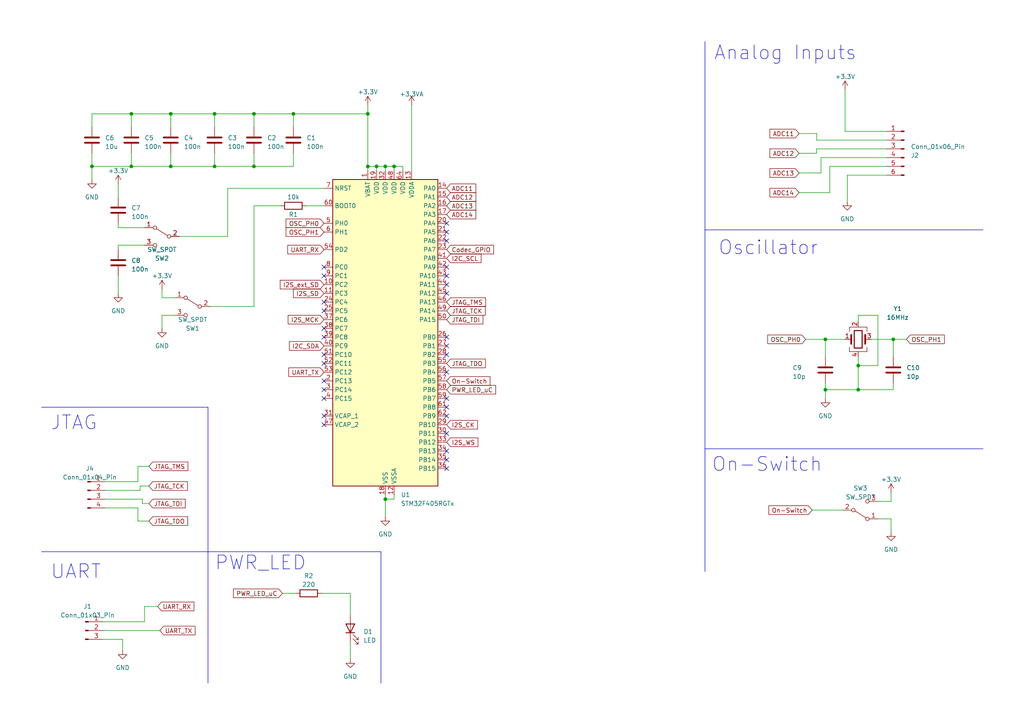
<source format=kicad_sch>
(kicad_sch (version 20230121) (generator eeschema)
  (paper "A4")
  (title_block (title "Effects Paddle") (date "2023-07-01") (rev "0.1") (company "Selbstständig"))
  (lib_symbols
    (symbol "Connector:Conn_01x03_Pin" (pin_names (offset 1.016) hide)
      (property "Reference" "J" (at 0 5.08 0))
      (property "Value" "Conn_01x03_Pin" (at 0 -5.08 0))
      (symbol "Conn_01x03_Pin_1_1"
        (polyline (pts (xy 1.27 -2.54) (xy 0.8636 -2.54)) (stroke (width 0.1524)))
        (polyline (pts (xy 1.27 0) (xy 0.8636 0)) (stroke (width 0.1524)))
        (polyline (pts (xy 1.27 2.54) (xy 0.8636 2.54)) (stroke (width 0.1524)))
        (rectangle (start 0.8636 -2.413) (end 0 -2.667) (stroke (width 0.1524)) (fill (type outline)))
        (rectangle (start 0.8636 0.127) (end 0 -0.127) (stroke (width 0.1524)) (fill (type outline)))
        (rectangle (start 0.8636 2.667) (end 0 2.413) (stroke (width 0.1524)) (fill (type outline)))
        (pin passive line (at 5.08 2.54 180) (length 3.81) (name "Pin_1") (number "1"))
        (pin passive line (at 5.08 0 180) (length 3.81) (name "Pin_2") (number "2"))
        (pin passive line (at 5.08 -2.54 180) (length 3.81) (name "Pin_3") (number "3"))
      )
    )
    (symbol "Connector:Conn_01x04_Pin" (pin_names (offset 1.016) hide)
      (property "Reference" "J" (at 0 5.08 0))
      (property "Value" "Conn_01x04_Pin" (at 0 -7.62 0))
      (symbol "Conn_01x04_Pin_1_1"
        (polyline (pts (xy 1.27 -5.08) (xy 0.8636 -5.08)) (stroke (width 0.1524)))
        (polyline (pts (xy 1.27 -2.54) (xy 0.8636 -2.54)) (stroke (width 0.1524)))
        (polyline (pts (xy 1.27 0) (xy 0.8636 0)) (stroke (width 0.1524)))
        (polyline (pts (xy 1.27 2.54) (xy 0.8636 2.54)) (stroke (width 0.1524)))
        (rectangle (start 0.8636 -4.953) (end 0 -5.207) (stroke (width 0.1524)) (fill (type outline)))
        (rectangle (start 0.8636 -2.413) (end 0 -2.667) (stroke (width 0.1524)) (fill (type outline)))
        (rectangle (start 0.8636 0.127) (end 0 -0.127) (stroke (width 0.1524)) (fill (type outline)))
        (rectangle (start 0.8636 2.667) (end 0 2.413) (stroke (width 0.1524)) (fill (type outline)))
        (pin passive line (at 5.08 2.54 180) (length 3.81) (name "Pin_1") (number "1"))
        (pin passive line (at 5.08 0 180) (length 3.81) (name "Pin_2") (number "2"))
        (pin passive line (at 5.08 -2.54 180) (length 3.81) (name "Pin_3") (number "3"))
        (pin passive line (at 5.08 -5.08 180) (length 3.81) (name "Pin_4") (number "4"))
      )
    )
    (symbol "Connector:Conn_01x06_Pin" (pin_names (offset 1.016) hide)
      (property "Reference" "J" (at 0 7.62 0))
      (property "Value" "Conn_01x06_Pin" (at 0 -10.16 0))
      (symbol "Conn_01x06_Pin_1_1"
        (polyline (pts (xy 1.27 -7.62) (xy 0.8636 -7.62)) (stroke (width 0.1524)))
        (polyline (pts (xy 1.27 -5.08) (xy 0.8636 -5.08)) (stroke (width 0.1524)))
        (polyline (pts (xy 1.27 -2.54) (xy 0.8636 -2.54)) (stroke (width 0.1524)))
        (polyline (pts (xy 1.27 0) (xy 0.8636 0)) (stroke (width 0.1524)))
        (polyline (pts (xy 1.27 2.54) (xy 0.8636 2.54)) (stroke (width 0.1524)))
        (polyline (pts (xy 1.27 5.08) (xy 0.8636 5.08)) (stroke (width 0.1524)))
        (rectangle (start 0.8636 -7.493) (end 0 -7.747) (stroke (width 0.1524)) (fill (type outline)))
        (rectangle (start 0.8636 -4.953) (end 0 -5.207) (stroke (width 0.1524)) (fill (type outline)))
        (rectangle (start 0.8636 -2.413) (end 0 -2.667) (stroke (width 0.1524)) (fill (type outline)))
        (rectangle (start 0.8636 0.127) (end 0 -0.127) (stroke (width 0.1524)) (fill (type outline)))
        (rectangle (start 0.8636 2.667) (end 0 2.413) (stroke (width 0.1524)) (fill (type outline)))
        (rectangle (start 0.8636 5.207) (end 0 4.953) (stroke (width 0.1524)) (fill (type outline)))
        (pin passive line (at 5.08 5.08 180) (length 3.81) (name "Pin_1") (number "1"))
        (pin passive line (at 5.08 2.54 180) (length 3.81) (name "Pin_2") (number "2"))
        (pin passive line (at 5.08 0 180) (length 3.81) (name "Pin_3") (number "3"))
        (pin passive line (at 5.08 -2.54 180) (length 3.81) (name "Pin_4") (number "4"))
        (pin passive line (at 5.08 -5.08 180) (length 3.81) (name "Pin_5") (number "5"))
        (pin passive line (at 5.08 -7.62 180) (length 3.81) (name "Pin_6") (number "6"))
      )
    )
    (symbol "Device:C" (pin_numbers hide) (pin_names (offset 0.254))
      (property "Reference" "C" (at 0.635 2.54 0))
      (property "Value" "C" (at 0.635 -2.54 0))
      (symbol "C_0_1"
        (polyline (pts (xy -2.032 -0.762) (xy 2.032 -0.762)) (stroke (width 0.508)))
        (polyline (pts (xy -2.032 0.762) (xy 2.032 0.762)) (stroke (width 0.508)))
      )
      (symbol "C_1_1"
        (pin passive line (at 0 3.81 270) (length 2.794) (name "~") (number "1"))
        (pin passive line (at 0 -3.81 90) (length 2.794) (name "~") (number "2"))
      )
    )
    (symbol "Device:Crystal_GND24" (pin_names (offset 1.016) hide)
      (property "Reference" "Y" (at 3.175 5.08 0))
      (property "Value" "Crystal_GND24" (at 3.175 3.175 0))
      (symbol "Crystal_GND24_0_1"
        (rectangle (start -1.143 2.54) (end 1.143 -2.54) (stroke (width 0.3048)))
        (polyline (pts (xy -2.54 0) (xy -2.032 0)))
        (polyline (pts (xy -2.032 -1.27) (xy -2.032 1.27)) (stroke (width 0.508)))
        (polyline (pts (xy 0 -3.81) (xy 0 -3.556)))
        (polyline (pts (xy 0 3.556) (xy 0 3.81)))
        (polyline (pts (xy 2.032 -1.27) (xy 2.032 1.27)) (stroke (width 0.508)))
        (polyline (pts (xy 2.032 0) (xy 2.54 0)))
        (polyline (pts (xy -2.54 -2.286) (xy -2.54 -3.556) (xy 2.54 -3.556) (xy 2.54 -2.286)))
        (polyline (pts (xy -2.54 2.286) (xy -2.54 3.556) (xy 2.54 3.556) (xy 2.54 2.286)))
      )
      (symbol "Crystal_GND24_1_1"
        (pin passive line (at -3.81 0 0) (length 1.27) (name "1") (number "1"))
        (pin passive line (at 0 5.08 270) (length 1.27) (name "2") (number "2"))
        (pin passive line (at 3.81 0 180) (length 1.27) (name "3") (number "3"))
        (pin passive line (at 0 -5.08 90) (length 1.27) (name "4") (number "4"))
      )
    )
    (symbol "Device:LED" (pin_numbers hide) (pin_names (offset 1.016) hide)
      (property "Reference" "D" (at 0 2.54 0))
      (property "Value" "LED" (at 0 -2.54 0))
      (symbol "LED_0_1"
        (polyline (pts (xy -1.27 -1.27) (xy -1.27 1.27)) (stroke (width 0.254)))
        (polyline (pts (xy -1.27 0) (xy 1.27 0)))
        (polyline (pts (xy 1.27 -1.27) (xy 1.27 1.27) (xy -1.27 0) (xy 1.27 -1.27)) (stroke (width 0.254)))
        (polyline (pts (xy -3.048 -0.762) (xy -4.572 -2.286) (xy -3.81 -2.286) (xy -4.572 -2.286) (xy -4.572 -1.524)))
        (polyline (pts (xy -1.778 -0.762) (xy -3.302 -2.286) (xy -2.54 -2.286) (xy -3.302 -2.286) (xy -3.302 -1.524)))
      )
      (symbol "LED_1_1"
        (pin passive line (at -3.81 0 0) (length 2.54) (name "K") (number "1"))
        (pin passive line (at 3.81 0 180) (length 2.54) (name "A") (number "2"))
      )
    )
    (symbol "Device:R" (pin_numbers hide) (pin_names (offset 0))
      (property "Reference" "R" (at 2.032 0 90))
      (property "Value" "R" (at 0 0 90))
      (symbol "R_0_1"
        (rectangle (start -1.016 -2.54) (end 1.016 2.54) (stroke (width 0.254)))
      )
      (symbol "R_1_1"
        (pin passive line (at 0 3.81 270) (length 1.27) (name "~") (number "1"))
        (pin passive line (at 0 -3.81 90) (length 1.27) (name "~") (number "2"))
      )
    )
    (symbol "MCU_ST_STM32F4:STM32F405RGTx"
      (property "Reference" "U" (at -15.24 46.99 0))
      (property "Value" "STM32F405RGTx" (at 10.16 46.99 0))
      (symbol "STM32F405RGTx_0_1"
        (rectangle (start -15.24 -43.18) (end 15.24 45.72) (stroke (width 0.254)) (fill (type background)))
      )
      (symbol "STM32F405RGTx_1_1"
        (pin power_in line (at -5.08 48.26 270) (length 2.54) (name "VBAT") (number "1"))
        (pin bidirectional line (at -17.78 15.24 0) (length 2.54) (name "PC2") (number "10"))
        (pin bidirectional line (at -17.78 12.7 0) (length 2.54) (name "PC3") (number "11"))
        (pin power_in line (at 2.54 -45.72 90) (length 2.54) (name "VSSA") (number "12"))
        (pin power_in line (at 7.62 48.26 270) (length 2.54) (name "VDDA") (number "13"))
        (pin bidirectional line (at 17.78 43.18 180) (length 2.54) (name "PA0") (number "14"))
        (pin bidirectional line (at 17.78 40.64 180) (length 2.54) (name "PA1") (number "15"))
        (pin bidirectional line (at 17.78 38.1 180) (length 2.54) (name "PA2") (number "16"))
        (pin bidirectional line (at 17.78 35.56 180) (length 2.54) (name "PA3") (number "17"))
        (pin power_in line (at 0 -45.72 90) (length 2.54) (name "VSS") (number "18"))
        (pin power_in line (at -2.54 48.26 270) (length 2.54) (name "VDD") (number "19"))
        (pin bidirectional line (at -17.78 -12.7 0) (length 2.54) (name "PC13") (number "2"))
        (pin bidirectional line (at 17.78 33.02 180) (length 2.54) (name "PA4") (number "20"))
        (pin bidirectional line (at 17.78 30.48 180) (length 2.54) (name "PA5") (number "21"))
        (pin bidirectional line (at 17.78 27.94 180) (length 2.54) (name "PA6") (number "22"))
        (pin bidirectional line (at 17.78 25.4 180) (length 2.54) (name "PA7") (number "23"))
        (pin bidirectional line (at -17.78 10.16 0) (length 2.54) (name "PC4") (number "24"))
        (pin bidirectional line (at -17.78 7.62 0) (length 2.54) (name "PC5") (number "25"))
        (pin bidirectional line (at 17.78 0 180) (length 2.54) (name "PB0") (number "26"))
        (pin bidirectional line (at 17.78 -2.54 180) (length 2.54) (name "PB1") (number "27"))
        (pin bidirectional line (at 17.78 -5.08 180) (length 2.54) (name "PB2") (number "28"))
        (pin bidirectional line (at 17.78 -25.4 180) (length 2.54) (name "PB10") (number "29"))
        (pin bidirectional line (at -17.78 -15.24 0) (length 2.54) (name "PC14") (number "3"))
        (pin bidirectional line (at 17.78 -27.94 180) (length 2.54) (name "PB11") (number "30"))
        (pin power_out line (at -17.78 -22.86 0) (length 2.54) (name "VCAP_1") (number "31"))
        (pin power_in line (at 0 48.26 270) (length 2.54) (name "VDD") (number "32"))
        (pin bidirectional line (at 17.78 -30.48 180) (length 2.54) (name "PB12") (number "33"))
        (pin bidirectional line (at 17.78 -33.02 180) (length 2.54) (name "PB13") (number "34"))
        (pin bidirectional line (at 17.78 -35.56 180) (length 2.54) (name "PB14") (number "35"))
        (pin bidirectional line (at 17.78 -38.1 180) (length 2.54) (name "PB15") (number "36"))
        (pin bidirectional line (at -17.78 5.08 0) (length 2.54) (name "PC6") (number "37"))
        (pin bidirectional line (at -17.78 2.54 0) (length 2.54) (name "PC7") (number "38"))
        (pin bidirectional line (at -17.78 0 0) (length 2.54) (name "PC8") (number "39"))
        (pin bidirectional line (at -17.78 -17.78 0) (length 2.54) (name "PC15") (number "4"))
        (pin bidirectional line (at -17.78 -2.54 0) (length 2.54) (name "PC9") (number "40"))
        (pin bidirectional line (at 17.78 22.86 180) (length 2.54) (name "PA8") (number "41"))
        (pin bidirectional line (at 17.78 20.32 180) (length 2.54) (name "PA9") (number "42"))
        (pin bidirectional line (at 17.78 17.78 180) (length 2.54) (name "PA10") (number "43"))
        (pin bidirectional line (at 17.78 15.24 180) (length 2.54) (name "PA11") (number "44"))
        (pin bidirectional line (at 17.78 12.7 180) (length 2.54) (name "PA12") (number "45"))
        (pin bidirectional line (at 17.78 10.16 180) (length 2.54) (name "PA13") (number "46"))
        (pin power_out line (at -17.78 -25.4 0) (length 2.54) (name "VCAP_2") (number "47"))
        (pin power_in line (at 2.54 48.26 270) (length 2.54) (name "VDD") (number "48"))
        (pin bidirectional line (at 17.78 7.62 180) (length 2.54) (name "PA14") (number "49"))
        (pin bidirectional line (at -17.78 33.02 0) (length 2.54) (name "PH0") (number "5"))
        (pin bidirectional line (at 17.78 5.08 180) (length 2.54) (name "PA15") (number "50"))
        (pin bidirectional line (at -17.78 -5.08 0) (length 2.54) (name "PC10") (number "51"))
        (pin bidirectional line (at -17.78 -7.62 0) (length 2.54) (name "PC11") (number "52"))
        (pin bidirectional line (at -17.78 -10.16 0) (length 2.54) (name "PC12") (number "53"))
        (pin bidirectional line (at -17.78 25.4 0) (length 2.54) (name "PD2") (number "54"))
        (pin bidirectional line (at 17.78 -7.62 180) (length 2.54) (name "PB3") (number "55"))
        (pin bidirectional line (at 17.78 -10.16 180) (length 2.54) (name "PB4") (number "56"))
        (pin bidirectional line (at 17.78 -12.7 180) (length 2.54) (name "PB5") (number "57"))
        (pin bidirectional line (at 17.78 -15.24 180) (length 2.54) (name "PB6") (number "58"))
        (pin bidirectional line (at 17.78 -17.78 180) (length 2.54) (name "PB7") (number "59"))
        (pin bidirectional line (at -17.78 30.48 0) (length 2.54) (name "PH1") (number "6"))
        (pin input line (at -17.78 38.1 0) (length 2.54) (name "BOOT0") (number "60"))
        (pin bidirectional line (at 17.78 -20.32 180) (length 2.54) (name "PB8") (number "61"))
        (pin bidirectional line (at 17.78 -22.86 180) (length 2.54) (name "PB9") (number "62"))
        (pin passive line (at 0 -45.72 90) (length 2.54) hide (name "VSS") (number "63"))
        (pin power_in line (at 5.08 48.26 270) (length 2.54) (name "VDD") (number "64"))
        (pin input line (at -17.78 43.18 0) (length 2.54) (name "NRST") (number "7"))
        (pin bidirectional line (at -17.78 20.32 0) (length 2.54) (name "PC0") (number "8"))
        (pin bidirectional line (at -17.78 17.78 0) (length 2.54) (name "PC1") (number "9"))
      )
    )
    (symbol "Switch:SW_SPDT" (pin_names (offset 0) hide)
      (property "Reference" "SW" (at 0 4.318 0))
      (property "Value" "SW_SPDT" (at 0 -5.08 0))
      (symbol "SW_SPDT_0_0"
        (circle (center -2.032 0) (radius 0.508))
        (circle (center 2.032 -2.54) (radius 0.508))
      )
      (symbol "SW_SPDT_0_1"
        (polyline (pts (xy -1.524 0.254) (xy 1.651 2.286)))
        (circle (center 2.032 2.54) (radius 0.508))
      )
      (symbol "SW_SPDT_1_1"
        (pin passive line (at 5.08 2.54 180) (length 2.54) (name "A") (number "1"))
        (pin passive line (at -5.08 0 0) (length 2.54) (name "B") (number "2"))
        (pin passive line (at 5.08 -2.54 180) (length 2.54) (name "C") (number "3"))
      )
    )
    (symbol "power:+3.3V" (power) (pin_names (offset 0))
      (property "Value" "+3.3V" (at 0 3.556 0))
      (symbol "+3.3V_0_1"
        (polyline (pts (xy -0.762 1.27) (xy 0 2.54)))
        (polyline (pts (xy 0 0) (xy 0 2.54)))
        (polyline (pts (xy 0 2.54) (xy 0.762 1.27)))
      )
      (symbol "+3.3V_1_1"
        (pin power_in line (at 0 0 90) (length 0) hide (name "+3.3V") (number "1"))
      )
    )
    (symbol "power:+3.3VA" (power) (pin_names (offset 0))
      (property "Value" "+3.3VA" (at 0 3.556 0))
      (symbol "+3.3VA_0_1"
        (polyline (pts (xy -0.762 1.27) (xy 0 2.54)))
        (polyline (pts (xy 0 0) (xy 0 2.54)))
        (polyline (pts (xy 0 2.54) (xy 0.762 1.27)))
      )
      (symbol "+3.3VA_1_1"
        (pin power_in line (at 0 0 90) (length 0) hide (name "+3.3VA") (number "1"))
      )
    )
    (symbol "power:GND" (power) (pin_names (offset 0))
      (property "Value" "GND" (at 0 -3.81 0))
      (symbol "GND_0_1"
        (polyline (pts (xy 0 0) (xy 0 -1.27) (xy 1.27 -1.27) (xy 0 -2.54) (xy -1.27 -1.27) (xy 0 -1.27)))
      )
      (symbol "GND_1_1"
        (pin power_in line (at 0 0 270) (length 0) hide (name "GND") (number "1"))
      )
    )
  )
  (junction (at 114.3 48.26))
  (junction (at 259.08 98.425))
  (junction (at 109.22 48.26))
  (junction (at 49.53 33.02))
  (junction (at 38.1 33.02))
  (junction (at 106.68 33.02))
  (junction (at 111.76 144.78))
  (junction (at 111.76 48.26))
  (junction (at 38.1 48.26))
  (junction (at 85.09 33.02))
  (junction (at 248.92 113.03))
  (junction (at 62.23 48.26))
  (junction (at 73.66 48.26))
  (junction (at 26.67 48.26))
  (junction (at 73.66 33.02))
  (junction (at 248.92 106.045))
  (junction (at 239.395 113.03))
  (junction (at 239.395 98.425))
  (junction (at 62.23 33.02))
  (junction (at 106.68 48.26))
  (junction (at 49.53 48.26))
  (no_connect (at 129.54 64.77))
  (no_connect (at 129.54 69.85))
  (no_connect (at 129.54 100.33))
  (no_connect (at 129.54 77.47))
  (no_connect (at 93.98 113.03))
  (no_connect (at 129.54 67.31))
  (no_connect (at 129.54 102.87))
  (no_connect (at 129.54 85.09))
  (no_connect (at 129.54 107.95))
  (no_connect (at 129.54 135.89))
  (no_connect (at 129.54 115.57))
  (no_connect (at 93.98 110.49))
  (no_connect (at 129.54 120.65))
  (no_connect (at 93.98 95.25))
  (no_connect (at 129.54 130.81))
  (no_connect (at 93.98 80.01))
  (no_connect (at 93.98 87.63))
  (no_connect (at 129.54 80.01))
  (no_connect (at 129.54 118.11))
  (no_connect (at 93.98 102.87))
  (no_connect (at 129.54 133.35))
  (no_connect (at 93.98 77.47))
  (no_connect (at 93.98 105.41))
  (no_connect (at 93.98 120.65))
  (no_connect (at 93.98 97.79))
  (no_connect (at 129.54 82.55))
  (no_connect (at 93.98 90.17))
  (no_connect (at 129.54 97.79))
  (no_connect (at 93.98 115.57))
  (no_connect (at 129.54 125.73))
  (no_connect (at 93.98 123.19))
  (wire (pts (xy 73.66 44.45) (xy 73.66 48.26)))
  (wire (pts (xy 49.53 48.26) (xy 38.1 48.26)))
  (wire (pts (xy 101.6 172.085) (xy 101.6 178.435)))
  (wire (pts (xy 26.67 48.26) (xy 26.67 52.07)))
  (wire (pts (xy 248.92 103.505) (xy 248.92 106.045)))
  (wire (pts (xy 41.91 180.34) (xy 41.91 175.895)))
  (wire (pts (xy 41.91 66.04) (xy 34.29 66.04)))
  (wire (pts (xy 238.125 50.165) (xy 238.125 45.72)))
  (polyline (pts (xy 204.47 66.675) (xy 204.47 130.175)))
  (wire (pts (xy 88.9 59.69) (xy 93.98 59.69)))
  (wire (pts (xy 85.09 33.02) (xy 106.68 33.02)))
  (wire (pts (xy 73.66 48.26) (xy 62.23 48.26)))
  (wire (pts (xy 116.84 48.26) (xy 114.3 48.26)))
  (wire (pts (xy 66.04 68.58) (xy 52.07 68.58)))
  (wire (pts (xy 40.005 147.32) (xy 30.48 147.32)))
  (wire (pts (xy 40.005 151.13) (xy 40.005 147.32)))
  (wire (pts (xy 81.915 172.085) (xy 85.725 172.085)))
  (wire (pts (xy 236.855 44.45) (xy 236.855 43.18)))
  (wire (pts (xy 106.68 33.02) (xy 106.68 48.26)))
  (wire (pts (xy 116.84 49.53) (xy 116.84 48.26)))
  (polyline (pts (xy 12.065 160.02) (xy 60.325 160.02)))
  (wire (pts (xy 40.64 142.24) (xy 30.48 142.24)))
  (wire (pts (xy 259.08 111.125) (xy 259.08 113.03)))
  (wire (pts (xy 248.92 113.03) (xy 259.08 113.03)))
  (wire (pts (xy 231.775 38.735) (xy 236.855 38.735)))
  (wire (pts (xy 231.775 50.165) (xy 238.125 50.165)))
  (polyline (pts (xy 204.47 130.175) (xy 204.47 165.735)))
  (wire (pts (xy 106.68 30.48) (xy 106.68 33.02)))
  (wire (pts (xy 38.1 44.45) (xy 38.1 48.26)))
  (wire (pts (xy 245.11 38.1) (xy 257.175 38.1)))
  (wire (pts (xy 73.66 88.9) (xy 60.96 88.9)))
  (wire (pts (xy 239.395 111.125) (xy 239.395 113.03)))
  (wire (pts (xy 40.005 135.255) (xy 43.18 135.255)))
  (wire (pts (xy 49.53 44.45) (xy 49.53 48.26)))
  (wire (pts (xy 62.23 33.02) (xy 62.23 36.83)))
  (wire (pts (xy 119.38 30.48) (xy 119.38 49.53)))
  (wire (pts (xy 41.91 71.12) (xy 34.29 71.12)))
  (wire (pts (xy 41.275 146.05) (xy 41.275 144.78)))
  (wire (pts (xy 240.665 55.88) (xy 240.665 48.26)))
  (wire (pts (xy 239.395 98.425) (xy 239.395 103.505)))
  (wire (pts (xy 85.09 33.02) (xy 85.09 36.83)))
  (wire (pts (xy 38.1 33.02) (xy 38.1 36.83)))
  (wire (pts (xy 248.92 93.345) (xy 248.92 91.44)))
  (wire (pts (xy 111.76 149.86) (xy 111.76 144.78)))
  (polyline (pts (xy 204.47 130.175) (xy 285.115 130.175)))
  (wire (pts (xy 73.66 33.02) (xy 85.09 33.02)))
  (wire (pts (xy 258.445 142.875) (xy 258.445 145.415)))
  (wire (pts (xy 111.76 143.51) (xy 111.76 144.78)))
  (wire (pts (xy 26.67 44.45) (xy 26.67 48.26)))
  (wire (pts (xy 109.22 48.26) (xy 106.68 48.26)))
  (wire (pts (xy 46.99 95.25) (xy 46.99 91.44)))
  (wire (pts (xy 41.91 175.895) (xy 45.72 175.895)))
  (wire (pts (xy 236.855 38.735) (xy 236.855 40.64)))
  (wire (pts (xy 233.68 98.425) (xy 239.395 98.425)))
  (wire (pts (xy 29.845 182.88) (xy 46.355 182.88)))
  (wire (pts (xy 111.76 144.78) (xy 114.3 144.78)))
  (wire (pts (xy 41.275 144.78) (xy 30.48 144.78)))
  (wire (pts (xy 34.29 53.34) (xy 34.29 57.15)))
  (wire (pts (xy 239.395 113.03) (xy 248.92 113.03)))
  (wire (pts (xy 114.3 48.26) (xy 111.76 48.26)))
  (wire (pts (xy 101.6 186.055) (xy 101.6 191.135)))
  (wire (pts (xy 236.855 43.18) (xy 257.175 43.18)))
  (wire (pts (xy 259.08 98.425) (xy 259.08 103.505)))
  (wire (pts (xy 62.23 33.02) (xy 73.66 33.02)))
  (wire (pts (xy 46.99 86.36) (xy 50.8 86.36)))
  (wire (pts (xy 109.22 48.26) (xy 109.22 49.53)))
  (wire (pts (xy 258.445 154.305) (xy 258.445 150.495)))
  (wire (pts (xy 235.585 147.955) (xy 244.475 147.955)))
  (wire (pts (xy 111.76 48.26) (xy 109.22 48.26)))
  (wire (pts (xy 26.67 33.02) (xy 38.1 33.02)))
  (wire (pts (xy 85.09 44.45) (xy 85.09 48.26)))
  (wire (pts (xy 240.665 48.26) (xy 257.175 48.26)))
  (wire (pts (xy 38.1 48.26) (xy 26.67 48.26)))
  (wire (pts (xy 29.845 185.42) (xy 35.56 185.42)))
  (polyline (pts (xy 204.47 12.065) (xy 204.47 66.675)))
  (wire (pts (xy 254.635 91.44) (xy 254.635 106.045)))
  (polyline (pts (xy 110.49 160.02) (xy 110.49 198.12)))
  (wire (pts (xy 245.745 50.8) (xy 257.175 50.8)))
  (wire (pts (xy 26.67 36.83) (xy 26.67 33.02)))
  (wire (pts (xy 114.3 48.26) (xy 114.3 49.53)))
  (wire (pts (xy 35.56 185.42) (xy 35.56 188.595)))
  (wire (pts (xy 38.1 33.02) (xy 49.53 33.02)))
  (wire (pts (xy 62.23 44.45) (xy 62.23 48.26)))
  (wire (pts (xy 238.125 45.72) (xy 257.175 45.72)))
  (wire (pts (xy 239.395 98.425) (xy 245.11 98.425)))
  (wire (pts (xy 46.99 83.82) (xy 46.99 86.36)))
  (polyline (pts (xy 60.325 160.02) (xy 110.49 160.02)))
  (polyline (pts (xy 60.325 118.11) (xy 60.325 160.02)))
  (wire (pts (xy 239.395 115.57) (xy 239.395 113.03)))
  (wire (pts (xy 106.68 48.26) (xy 106.68 49.53)))
  (wire (pts (xy 252.73 98.425) (xy 259.08 98.425)))
  (wire (pts (xy 245.745 58.42) (xy 245.745 50.8)))
  (wire (pts (xy 40.64 140.97) (xy 43.18 140.97)))
  (wire (pts (xy 34.29 80.01) (xy 34.29 85.09)))
  (polyline (pts (xy 60.325 160.02) (xy 60.325 198.12)))
  (wire (pts (xy 62.23 48.26) (xy 49.53 48.26)))
  (polyline (pts (xy 204.47 66.675) (xy 285.115 66.675)))
  (wire (pts (xy 258.445 145.415) (xy 254.635 145.415)))
  (wire (pts (xy 248.92 106.045) (xy 248.92 113.03)))
  (wire (pts (xy 259.08 98.425) (xy 262.89 98.425)))
  (wire (pts (xy 85.09 48.26) (xy 73.66 48.26)))
  (wire (pts (xy 40.005 135.255) (xy 40.005 139.7)))
  (wire (pts (xy 93.345 172.085) (xy 101.6 172.085)))
  (wire (pts (xy 46.99 91.44) (xy 50.8 91.44)))
  (wire (pts (xy 34.29 71.12) (xy 34.29 72.39)))
  (wire (pts (xy 34.29 66.04) (xy 34.29 64.77)))
  (wire (pts (xy 231.775 44.45) (xy 236.855 44.45)))
  (wire (pts (xy 231.775 55.88) (xy 240.665 55.88)))
  (wire (pts (xy 73.66 33.02) (xy 73.66 36.83)))
  (wire (pts (xy 40.005 139.7) (xy 30.48 139.7)))
  (wire (pts (xy 114.3 144.78) (xy 114.3 143.51)))
  (wire (pts (xy 73.66 59.69) (xy 73.66 88.9)))
  (wire (pts (xy 40.005 151.13) (xy 43.18 151.13)))
  (wire (pts (xy 248.92 91.44) (xy 254.635 91.44)))
  (wire (pts (xy 254.635 106.045) (xy 248.92 106.045)))
  (polyline (pts (xy 12.065 118.11) (xy 60.325 118.11)))
  (wire (pts (xy 40.64 140.97) (xy 40.64 142.24)))
  (wire (pts (xy 111.76 48.26) (xy 111.76 49.53)))
  (wire (pts (xy 245.11 26.035) (xy 245.11 38.1)))
  (wire (pts (xy 66.04 54.61) (xy 66.04 68.58)))
  (wire (pts (xy 49.53 33.02) (xy 49.53 36.83)))
  (wire (pts (xy 236.855 40.64) (xy 257.175 40.64)))
  (wire (pts (xy 258.445 150.495) (xy 254.635 150.495)))
  (wire (pts (xy 49.53 33.02) (xy 62.23 33.02)))
  (wire (pts (xy 81.28 59.69) (xy 73.66 59.69)))
  (wire (pts (xy 93.98 54.61) (xy 66.04 54.61)))
  (wire (pts (xy 29.845 180.34) (xy 41.91 180.34)))
  (wire (pts (xy 41.275 146.05) (xy 43.18 146.05)))
  (text "Oscillator" (at 208.28 74.295 0) (effects (font (size 4 4)) (justify left bottom)))
  (text "Analog Inputs" (at 207.01 17.78 0) (effects (font (size 4 4)) (justify left bottom)))
  (text "PWR_LED" (at 62.23 165.735 0) (effects (font (size 4 4)) (justify left bottom)))
  (text "UART" (at 14.605 168.275 0) (effects (font (size 4 4)) (justify left bottom)))
  (text "On-Switch" (at 206.375 137.16 0) (effects (font (size 4 4)) (justify left bottom)))
  (text "JTAG" (at 14.605 125.095 0) (effects (font (size 4 4)) (justify left bottom)))
  (global_label "OSC_PH1" (shape input) (at 262.89 98.425 0) (property "Intersheetrefs" "${INTERSHEET_REFS}" (effects hide)))
  (global_label "JTAG_TDO" (shape input) (at 43.18 151.13 0) (property "Intersheetrefs" "${INTERSHEET_REFS}" (effects hide)))
  (global_label "I2S_CK" (shape input) (at 129.54 123.19 0) (property "Intersheetrefs" "${INTERSHEET_REFS}" (effects hide)))
  (global_label "JTAG_TMS" (shape input) (at 129.54 87.63 0) (property "Intersheetrefs" "${INTERSHEET_REFS}" (effects hide)))
  (global_label "I2S_MCK" (shape input) (at 93.98 92.71 180) (property "Intersheetrefs" "${INTERSHEET_REFS}" (effects hide)))
  (global_label "OSC_PH1" (shape input) (at 93.98 67.31 180) (property "Intersheetrefs" "${INTERSHEET_REFS}" (effects hide)))
  (global_label "JTAG_TDO" (shape input) (at 129.54 105.41 0) (property "Intersheetrefs" "${INTERSHEET_REFS}" (effects hide)))
  (global_label "I2S_WS" (shape input) (at 129.54 128.27 0) (property "Intersheetrefs" "${INTERSHEET_REFS}" (effects hide)))
  (global_label "I2S_ext_SD" (shape input) (at 93.98 82.55 180) (property "Intersheetrefs" "${INTERSHEET_REFS}" (effects hide)))
  (global_label "UART_RX" (shape input) (at 93.98 72.39 180) (property "Intersheetrefs" "${INTERSHEET_REFS}" (effects hide)))
  (global_label "UART_TX" (shape input) (at 46.355 182.88 0) (property "Intersheetrefs" "${INTERSHEET_REFS}" (effects hide)))
  (global_label "I2C_SDA" (shape input) (at 93.98 100.33 180) (property "Intersheetrefs" "${INTERSHEET_REFS}" (effects hide)))
  (global_label "On-Switch" (shape input) (at 235.585 147.955 180) (property "Intersheetrefs" "${INTERSHEET_REFS}" (effects hide)))
  (global_label "JTAG_TMS" (shape input) (at 43.18 135.255 0) (property "Intersheetrefs" "${INTERSHEET_REFS}" (effects hide)))
  (global_label "Codec_GPIO" (shape input) (at 129.54 72.39 0) (property "Intersheetrefs" "${INTERSHEET_REFS}" (effects hide)))
  (global_label "JTAG_TDI" (shape input) (at 129.54 92.71 0) (property "Intersheetrefs" "${INTERSHEET_REFS}" (effects hide)))
  (global_label "OSC_PH0" (shape input) (at 233.68 98.425 180) (property "Intersheetrefs" "${INTERSHEET_REFS}" (effects hide)))
  (global_label "JTAG_TDI" (shape input) (at 43.18 146.05 0) (property "Intersheetrefs" "${INTERSHEET_REFS}" (effects hide)))
  (global_label "I2C_SCL" (shape input) (at 129.54 74.93 0) (property "Intersheetrefs" "${INTERSHEET_REFS}" (effects hide)))
  (global_label "ADC14" (shape input) (at 231.775 55.88 180) (property "Intersheetrefs" "${INTERSHEET_REFS}" (effects hide)))
  (global_label "ADC12" (shape input) (at 129.54 57.15 0) (property "Intersheetrefs" "${INTERSHEET_REFS}" (effects hide)))
  (global_label "ADC12" (shape input) (at 231.775 44.45 180) (property "Intersheetrefs" "${INTERSHEET_REFS}" (effects hide)))
  (global_label "UART_TX" (shape input) (at 93.98 107.95 180) (property "Intersheetrefs" "${INTERSHEET_REFS}" (effects hide)))
  (global_label "ADC13" (shape input) (at 231.775 50.165 180) (property "Intersheetrefs" "${INTERSHEET_REFS}" (effects hide)))
  (global_label "PWR_LED_uC" (shape input) (at 129.54 113.03 0) (property "Intersheetrefs" "${INTERSHEET_REFS}" (effects hide)))
  (global_label "ADC13" (shape input) (at 129.54 59.69 0) (property "Intersheetrefs" "${INTERSHEET_REFS}" (effects hide)))
  (global_label "JTAG_TCK" (shape input) (at 43.18 140.97 0) (property "Intersheetrefs" "${INTERSHEET_REFS}" (effects hide)))
  (global_label "I2S_SD" (shape input) (at 93.98 85.09 180) (property "Intersheetrefs" "${INTERSHEET_REFS}" (effects hide)))
  (global_label "OSC_PH0" (shape input) (at 93.98 64.77 180) (property "Intersheetrefs" "${INTERSHEET_REFS}" (effects hide)))
  (global_label "On-Switch" (shape input) (at 129.54 110.49 0) (property "Intersheetrefs" "${INTERSHEET_REFS}" (effects hide)))
  (global_label "JTAG_TCK" (shape input) (at 129.54 90.17 0) (property "Intersheetrefs" "${INTERSHEET_REFS}" (effects hide)))
  (global_label "PWR_LED_uC" (shape input) (at 81.915 172.085 180) (property "Intersheetrefs" "${INTERSHEET_REFS}" (effects hide)))
  (global_label "ADC14" (shape input) (at 129.54 62.23 0) (property "Intersheetrefs" "${INTERSHEET_REFS}" (effects hide)))
  (global_label "UART_RX" (shape input) (at 45.72 175.895 0) (property "Intersheetrefs" "${INTERSHEET_REFS}" (effects hide)))
  (global_label "ADC11" (shape input) (at 129.54 54.61 0) (property "Intersheetrefs" "${INTERSHEET_REFS}" (effects hide)))
  (global_label "ADC11" (shape input) (at 231.775 38.735 180) (property "Intersheetrefs" "${INTERSHEET_REFS}" (effects hide)))
  (symbol (lib_id "Device:C") (at 49.53 40.64 0) (unit 1)
    (property "Reference" "C4" (at 53.34 40.005 0) (effects (justify left)))
    (property "Value" "100n" (at 53.34 42.545 0) (effects (justify left)))
    (property "Footprint" "Capacitor_SMD:C_0402_1005Metric" (effects hide))
  )
  (symbol (lib_id "Connector:Conn_01x06_Pin") (at 262.255 43.18 0) (mirror y) (unit 1)
    (property "Reference" "J2" (at 264.16 45.085 0) (effects (justify right)))
    (property "Value" "Conn_01x06_Pin" (at 264.16 42.545 0) (effects (justify right)))
    (property "Footprint" "Connector_PinHeader_2.00mm:PinHeader_1x06_P2.00mm_Vertical" (effects hide))
  )
  (symbol (lib_id "Device:R") (at 89.535 172.085 270) (unit 1)
    (property "Reference" "R2" (at 89.535 167.005 90))
    (property "Value" "220" (at 89.535 169.545 90))
    (property "Footprint" "Resistor_SMD:R_0402_1005Metric" (effects hide))
    (property "Sim.Enable" "0" (effects hide))
  )
  (symbol (lib_id "Device:C") (at 38.1 40.64 0) (unit 1)
    (property "Reference" "C5" (at 41.91 40.005 0) (effects (justify left)))
    (property "Value" "100n" (at 41.91 42.545 0) (effects (justify left)))
    (property "Footprint" "Capacitor_SMD:C_0402_1005Metric" (effects hide))
  )
  (symbol (lib_id "Device:C") (at 34.29 76.2 0) (unit 1)
    (property "Reference" "C8" (at 38.1 75.565 0) (effects (justify left)))
    (property "Value" "100n" (at 38.1 78.105 0) (effects (justify left)))
    (property "Footprint" "Capacitor_SMD:C_0402_1005Metric" (effects hide))
  )
  (symbol (lib_id "Device:LED") (at 101.6 182.245 90) (unit 1)
    (property "Reference" "D1" (at 105.41 183.1975 90) (effects (justify right)))
    (property "Value" "LED" (at 105.41 185.7375 90) (effects (justify right)))
    (property "Footprint" "LED_SMD:LED_0402_1005Metric" (effects hide))
    (property "Sim.Enable" "0" (effects hide))
  )
  (symbol (lib_id "power:+3.3VA") (at 119.38 30.48 0) (unit 1)
    (property "Reference" "#PWR033" (effects hide))
    (property "Value" "+3.3VA" (at 119.38 27.305 0))
  )
  (symbol (lib_id "Connector:Conn_01x04_Pin") (at 25.4 142.24 0) (unit 1)
    (property "Reference" "J4" (at 26.035 135.89 0))
    (property "Value" "Conn_01x04_Pin" (at 26.035 138.43 0))
    (property "Footprint" "Connector_PinHeader_2.00mm:PinHeader_1x04_P2.00mm_Vertical" (effects hide))
  )
  (symbol (lib_id "Device:Crystal_GND24") (at 248.92 98.425 0) (unit 1)
    (property "Reference" "Y1" (at 260.35 89.535 0))
    (property "Value" "16MHz" (at 260.35 92.075 0))
    (property "Footprint" "Crystal:Crystal_SMD_3225-4Pin_3.2x2.5mm" (effects hide))
  )
  (symbol (lib_id "Device:C") (at 62.23 40.64 0) (unit 1)
    (property "Reference" "C3" (at 66.04 40.005 0) (effects (justify left)))
    (property "Value" "100n" (at 66.04 42.545 0) (effects (justify left)))
    (property "Footprint" "Capacitor_SMD:C_0402_1005Metric" (effects hide))
  )
  (symbol (lib_id "power:+3.3V") (at 34.29 53.34 0) (unit 1)
    (property "Reference" "#PWR04" (effects hide))
    (property "Value" "+3.3V" (at 34.29 49.53 0))
  )
  (symbol (lib_id "power:GND") (at 46.99 95.25 0) (unit 1)
    (property "Reference" "#PWR07" (effects hide))
    (property "Value" "GND" (at 46.99 100.33 0))
  )
  (symbol (lib_id "power:GND") (at 111.76 149.86 0) (unit 1)
    (property "Reference" "#PWR02" (effects hide))
    (property "Value" "GND" (at 111.76 154.94 0))
  )
  (symbol (lib_id "Device:C") (at 259.08 107.315 0) (unit 1)
    (property "Reference" "C10" (at 262.89 106.68 0) (effects (justify left)))
    (property "Value" "10p" (at 262.89 109.22 0) (effects (justify left)))
    (property "Footprint" "Capacitor_SMD:C_0402_1005Metric" (effects hide))
  )
  (symbol (lib_id "power:+3.3V") (at 46.99 83.82 0) (unit 1)
    (property "Reference" "#PWR06" (effects hide))
    (property "Value" "+3.3V" (at 46.99 80.01 0))
  )
  (symbol (lib_id "Switch:SW_SPDT") (at 249.555 147.955 0) (mirror x) (unit 1)
    (property "Reference" "SW3" (at 249.555 141.605 0))
    (property "Value" "SW_SPDT" (at 249.555 144.145 0))
    (property "Footprint" "Button_Switch_SMD:SW_SPDT_PCM12" (effects hide))
    (property "Sim.Enable" "0" (effects hide))
  )
  (symbol (lib_id "power:GND") (at 26.67 52.07 0) (unit 1)
    (property "Reference" "#PWR03" (effects hide))
    (property "Value" "GND" (at 26.67 57.15 0))
  )
  (symbol (lib_id "Device:C") (at 73.66 40.64 0) (unit 1)
    (property "Reference" "C2" (at 77.47 40.005 0) (effects (justify left)))
    (property "Value" "100n" (at 77.47 42.545 0) (effects (justify left)))
    (property "Footprint" "Capacitor_SMD:C_0402_1005Metric" (effects hide))
  )
  (symbol (lib_id "power:GND") (at 35.56 188.595 0) (unit 1)
    (property "Reference" "#PWR016" (effects hide))
    (property "Value" "GND" (at 35.56 193.675 0))
  )
  (symbol (lib_id "MCU_ST_STM32F4:STM32F405RGTx") (at 111.76 97.79 0) (unit 1)
    (property "Reference" "U1" (at 116.2559 143.51 0) (effects (justify left)))
    (property "Value" "STM32F405RGTx" (at 116.2559 146.05 0) (effects (justify left)))
    (property "Footprint" "Package_QFP:LQFP-64_10x10mm_P0.5mm" (effects hide))
    (property "Datasheet" "https://www.st.com/resource/en/datasheet/stm32f405rg.pdf" (effects hide))
  )
  (symbol (lib_id "Device:C") (at 239.395 107.315 0) (unit 1)
    (property "Reference" "C9" (at 229.87 106.68 0) (effects (justify left)))
    (property "Value" "10p" (at 229.87 109.22 0) (effects (justify left)))
    (property "Footprint" "Capacitor_SMD:C_0402_1005Metric" (effects hide))
  )
  (symbol (lib_id "power:GND") (at 245.745 58.42 0) (unit 1)
    (property "Reference" "#PWR010" (effects hide))
    (property "Value" "GND" (at 245.745 63.5 0))
  )
  (symbol (lib_id "power:GND") (at 258.445 154.305 0) (mirror y) (unit 1)
    (property "Reference" "#PWR012" (effects hide))
    (property "Value" "GND" (at 258.445 159.385 0))
  )
  (symbol (lib_id "Switch:SW_SPDT") (at 55.88 88.9 0) (mirror y) (unit 1)
    (property "Reference" "SW1" (at 55.88 95.25 0))
    (property "Value" "SW_SPDT" (at 55.88 92.71 0))
    (property "Footprint" "Button_Switch_SMD:SW_SPDT_PCM12" (effects hide))
  )
  (symbol (lib_id "Device:R") (at 85.09 59.69 90) (unit 1)
    (property "Reference" "R1" (at 85.09 62.23 90))
    (property "Value" "10k" (at 85.09 57.15 90))
    (property "Footprint" "Resistor_SMD:R_0402_1005Metric" (effects hide))
  )
  (symbol (lib_id "Device:C") (at 26.67 40.64 0) (unit 1)
    (property "Reference" "C6" (at 30.48 40.005 0) (effects (justify left)))
    (property "Value" "10u" (at 30.48 42.545 0) (effects (justify left)))
    (property "Footprint" "Capacitor_SMD:C_1206_3216Metric" (effects hide))
  )
  (symbol (lib_id "Connector:Conn_01x03_Pin") (at 24.765 182.88 0) (unit 1)
    (property "Reference" "J1" (at 25.4 175.895 0))
    (property "Value" "Conn_01x03_Pin" (at 25.4 178.435 0))
    (property "Footprint" "Connector_PinHeader_2.00mm:PinHeader_1x03_P2.00mm_Vertical" (effects hide))
  )
  (symbol (lib_id "Switch:SW_SPDT") (at 46.99 68.58 0) (mirror y) (unit 1)
    (property "Reference" "SW2" (at 46.99 74.93 0))
    (property "Value" "SW_SPDT" (at 46.99 72.39 0))
    (property "Footprint" "Button_Switch_SMD:SW_SPDT_PCM12" (effects hide))
  )
  (symbol (lib_id "power:GND") (at 101.6 191.135 0) (unit 1)
    (property "Reference" "#PWR017" (effects hide))
    (property "Value" "GND" (at 101.6 196.215 0))
  )
  (symbol (lib_id "Device:C") (at 34.29 60.96 0) (unit 1)
    (property "Reference" "C7" (at 38.1 60.325 0) (effects (justify left)))
    (property "Value" "100n" (at 38.1 62.865 0) (effects (justify left)))
    (property "Footprint" "Capacitor_SMD:C_0402_1005Metric" (effects hide))
  )
  (symbol (lib_id "Device:C") (at 85.09 40.64 0) (unit 1)
    (property "Reference" "C1" (at 88.9 40.005 0) (effects (justify left)))
    (property "Value" "100n" (at 88.9 42.545 0) (effects (justify left)))
    (property "Footprint" "Capacitor_SMD:C_0402_1005Metric" (effects hide))
  )
  (symbol (lib_id "power:GND") (at 34.29 85.09 0) (unit 1)
    (property "Reference" "#PWR05" (effects hide))
    (property "Value" "GND" (at 34.29 90.17 0))
  )
  (symbol (lib_id "power:GND") (at 239.395 115.57 0) (unit 1)
    (property "Reference" "#PWR08" (effects hide))
    (property "Value" "GND" (at 239.395 120.65 0))
  )
  (symbol (lib_id "power:+3.3V") (at 245.11 26.035 0) (unit 1)
    (property "Reference" "#PWR09" (effects hide))
    (property "Value" "+3.3V" (at 245.11 22.225 0))
  )
  (symbol (lib_id "power:+3.3V") (at 258.445 142.875 0) (mirror y) (unit 1)
    (property "Reference" "#PWR011" (effects hide))
    (property "Value" "+3.3V" (at 258.445 139.065 0))
  )
  (symbol (lib_id "power:+3.3V") (at 106.68 30.48 0) (unit 1)
    (property "Reference" "#PWR01" (effects hide))
    (property "Value" "+3.3V" (at 106.68 26.67 0))
  )
)
</source>
